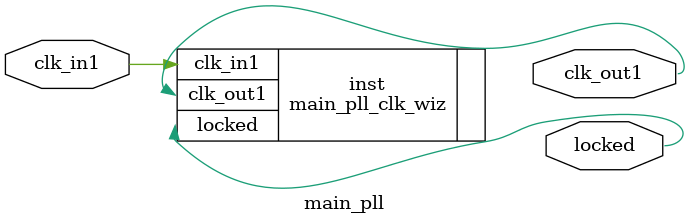
<source format=v>


`timescale 1ps/1ps

(* CORE_GENERATION_INFO = "main_pll,clk_wiz_v6_0_3_0_0,{component_name=main_pll,use_phase_alignment=true,use_min_o_jitter=false,use_max_i_jitter=false,use_dyn_phase_shift=false,use_inclk_switchover=false,use_dyn_reconfig=false,enable_axi=0,feedback_source=FDBK_AUTO,PRIMITIVE=MMCM,num_out_clk=1,clkin1_period=31.250,clkin2_period=10.0,use_power_down=false,use_reset=false,use_locked=true,use_inclk_stopped=false,feedback_type=SINGLE,CLOCK_MGR_TYPE=NA,manual_override=false}" *)

module main_pll 
 (
  // Clock out ports
  output        clk_out1,
  // Status and control signals
  output        locked,
 // Clock in ports
  input         clk_in1
 );

  main_pll_clk_wiz inst
  (
  // Clock out ports  
  .clk_out1(clk_out1),
  // Status and control signals               
  .locked(locked),
 // Clock in ports
  .clk_in1(clk_in1)
  );

endmodule

</source>
